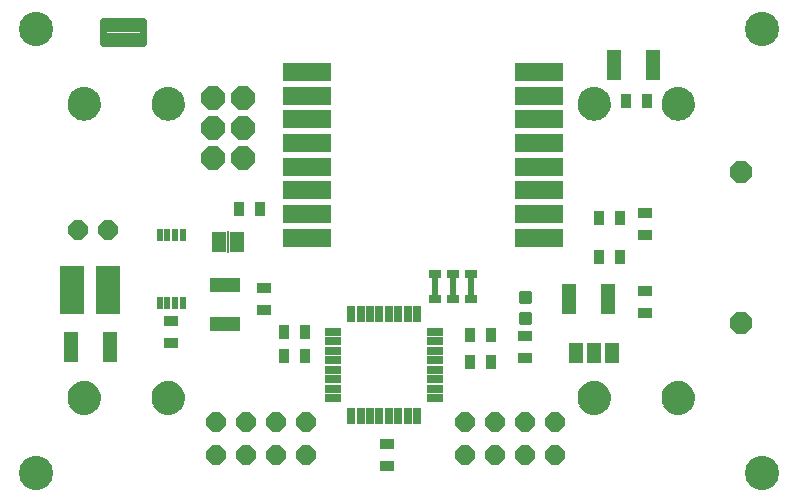
<source format=gts>
G75*
%MOIN*%
%OFA0B0*%
%FSLAX25Y25*%
%IPPOS*%
%LPD*%
%AMOC8*
5,1,8,0,0,1.08239X$1,22.5*
%
%ADD10C,0.11424*%
%ADD11R,0.16148X0.05912*%
%ADD12R,0.05124X0.10243*%
%ADD13R,0.10243X0.05124*%
%ADD14R,0.08274X0.16148*%
%ADD15R,0.01975X0.03943*%
%ADD16R,0.05124X0.03550*%
%ADD17R,0.03550X0.05124*%
%ADD18OC8,0.06400*%
%ADD19R,0.05000X0.06700*%
%ADD20R,0.00600X0.07200*%
%ADD21C,0.00500*%
%ADD22R,0.01975X0.06699*%
%ADD23R,0.03937X0.02756*%
%ADD24OC8,0.07800*%
%ADD25C,0.02462*%
%ADD26OC8,0.07400*%
%ADD27R,0.05400X0.02600*%
%ADD28R,0.02600X0.05400*%
%ADD29C,0.01301*%
D10*
X0009800Y0009800D03*
X0009800Y0157800D03*
X0251800Y0157800D03*
X0251800Y0009800D03*
D11*
X0177580Y0088241D03*
X0177580Y0096115D03*
X0177580Y0103989D03*
X0177580Y0111863D03*
X0177580Y0119737D03*
X0177580Y0127611D03*
X0177580Y0135485D03*
X0177580Y0143359D03*
X0100020Y0143359D03*
X0100020Y0135485D03*
X0100020Y0127611D03*
X0100020Y0119737D03*
X0100020Y0111863D03*
X0100020Y0103989D03*
X0100020Y0096115D03*
X0100020Y0088241D03*
D12*
X0034296Y0051800D03*
X0021304Y0051800D03*
X0187304Y0067800D03*
X0200296Y0067800D03*
X0202304Y0145800D03*
X0215296Y0145800D03*
D13*
X0072800Y0072296D03*
X0072800Y0059304D03*
D14*
X0033706Y0070800D03*
X0021894Y0070800D03*
D15*
X0050961Y0066383D03*
X0053520Y0066383D03*
X0056080Y0066383D03*
X0058639Y0066383D03*
X0058639Y0089217D03*
X0056080Y0089217D03*
X0053520Y0089217D03*
X0050961Y0089217D03*
D16*
X0085800Y0071343D03*
X0085800Y0064257D03*
X0054800Y0060343D03*
X0054800Y0053257D03*
X0126800Y0019343D03*
X0126800Y0012257D03*
X0172800Y0048257D03*
X0172800Y0055343D03*
X0212800Y0063257D03*
X0212800Y0070343D03*
X0212800Y0089257D03*
X0212800Y0096343D03*
D17*
X0204343Y0094800D03*
X0197257Y0094800D03*
X0197257Y0081800D03*
X0204343Y0081800D03*
X0161343Y0055800D03*
X0154257Y0055800D03*
X0154257Y0046800D03*
X0161343Y0046800D03*
X0099343Y0048800D03*
X0092257Y0048800D03*
X0092257Y0056800D03*
X0099343Y0056800D03*
X0084343Y0097800D03*
X0077257Y0097800D03*
X0206257Y0133800D03*
X0213343Y0133800D03*
D18*
X0182800Y0026800D03*
X0172800Y0026800D03*
X0162800Y0026800D03*
X0152800Y0026800D03*
X0152800Y0015800D03*
X0162800Y0015800D03*
X0172800Y0015800D03*
X0182800Y0015800D03*
X0099800Y0015800D03*
X0089800Y0015800D03*
X0079800Y0015800D03*
X0069800Y0015800D03*
X0069800Y0026800D03*
X0079800Y0026800D03*
X0089800Y0026800D03*
X0099800Y0026800D03*
X0033800Y0090800D03*
X0023800Y0090800D03*
D19*
X0070800Y0086800D03*
X0076800Y0086800D03*
X0189800Y0049800D03*
X0195800Y0049800D03*
X0201800Y0049800D03*
D20*
X0073800Y0086800D03*
D21*
X0055621Y0127874D02*
X0054727Y0127607D01*
X0053800Y0127500D01*
X0052865Y0127617D01*
X0051965Y0127894D01*
X0051127Y0128323D01*
X0050376Y0128892D01*
X0049735Y0129582D01*
X0049223Y0130373D01*
X0048857Y0131241D01*
X0048647Y0132159D01*
X0048600Y0133100D01*
X0048695Y0133984D01*
X0048942Y0134838D01*
X0049333Y0135637D01*
X0049857Y0136355D01*
X0050498Y0136971D01*
X0051237Y0137467D01*
X0052050Y0137827D01*
X0052913Y0138040D01*
X0053800Y0138100D01*
X0054695Y0138030D01*
X0055564Y0137807D01*
X0056382Y0137435D01*
X0057122Y0136927D01*
X0057763Y0136299D01*
X0058285Y0135568D01*
X0058672Y0134758D01*
X0058913Y0133894D01*
X0059000Y0133000D01*
X0058945Y0132069D01*
X0058729Y0131161D01*
X0058358Y0130305D01*
X0057845Y0129526D01*
X0057204Y0128848D01*
X0056455Y0128292D01*
X0055621Y0127874D01*
X0055719Y0127923D02*
X0051908Y0127923D01*
X0050997Y0128422D02*
X0056630Y0128422D01*
X0057272Y0128920D02*
X0050349Y0128920D01*
X0049886Y0129419D02*
X0057744Y0129419D01*
X0058103Y0129917D02*
X0049518Y0129917D01*
X0049205Y0130416D02*
X0058406Y0130416D01*
X0058622Y0130914D02*
X0048995Y0130914D01*
X0048818Y0131413D02*
X0058789Y0131413D01*
X0058907Y0131911D02*
X0048704Y0131911D01*
X0048635Y0132410D02*
X0058965Y0132410D01*
X0058995Y0132908D02*
X0048610Y0132908D01*
X0048633Y0133407D02*
X0058960Y0133407D01*
X0058910Y0133905D02*
X0048686Y0133905D01*
X0048816Y0134404D02*
X0058771Y0134404D01*
X0058603Y0134903D02*
X0048973Y0134903D01*
X0049218Y0135401D02*
X0058365Y0135401D01*
X0058048Y0135900D02*
X0049525Y0135900D01*
X0049902Y0136398D02*
X0057662Y0136398D01*
X0057153Y0136897D02*
X0050421Y0136897D01*
X0051130Y0137395D02*
X0056440Y0137395D01*
X0055226Y0137894D02*
X0052321Y0137894D01*
X0030913Y0133894D02*
X0031000Y0133000D01*
X0030945Y0132069D01*
X0030729Y0131161D01*
X0030358Y0130305D01*
X0029845Y0129526D01*
X0029204Y0128848D01*
X0028455Y0128292D01*
X0027621Y0127874D01*
X0026727Y0127607D01*
X0025800Y0127500D01*
X0024865Y0127617D01*
X0023965Y0127894D01*
X0023127Y0128323D01*
X0022376Y0128892D01*
X0021735Y0129582D01*
X0021223Y0130373D01*
X0020857Y0131241D01*
X0020647Y0132159D01*
X0020600Y0133100D01*
X0020695Y0133984D01*
X0020942Y0134838D01*
X0021333Y0135637D01*
X0021857Y0136355D01*
X0022498Y0136971D01*
X0023237Y0137467D01*
X0024050Y0137827D01*
X0024913Y0138040D01*
X0025800Y0138100D01*
X0026695Y0138030D01*
X0027564Y0137807D01*
X0028382Y0137435D01*
X0029122Y0136927D01*
X0029763Y0136299D01*
X0030285Y0135568D01*
X0030672Y0134758D01*
X0030913Y0133894D01*
X0030910Y0133905D02*
X0020686Y0133905D01*
X0020633Y0133407D02*
X0030960Y0133407D01*
X0030995Y0132908D02*
X0020610Y0132908D01*
X0020635Y0132410D02*
X0030965Y0132410D01*
X0030907Y0131911D02*
X0020704Y0131911D01*
X0020818Y0131413D02*
X0030789Y0131413D01*
X0030622Y0130914D02*
X0020995Y0130914D01*
X0021205Y0130416D02*
X0030406Y0130416D01*
X0030103Y0129917D02*
X0021518Y0129917D01*
X0021886Y0129419D02*
X0029744Y0129419D01*
X0029272Y0128920D02*
X0022349Y0128920D01*
X0022997Y0128422D02*
X0028630Y0128422D01*
X0027719Y0127923D02*
X0023908Y0127923D01*
X0020816Y0134404D02*
X0030771Y0134404D01*
X0030603Y0134903D02*
X0020973Y0134903D01*
X0021218Y0135401D02*
X0030365Y0135401D01*
X0030048Y0135900D02*
X0021525Y0135900D01*
X0021902Y0136398D02*
X0029662Y0136398D01*
X0029153Y0136897D02*
X0022421Y0136897D01*
X0023130Y0137395D02*
X0028440Y0137395D01*
X0027226Y0137894D02*
X0024321Y0137894D01*
X0025800Y0040100D02*
X0026735Y0039983D01*
X0027635Y0039706D01*
X0028473Y0039277D01*
X0029224Y0038708D01*
X0029865Y0038018D01*
X0030377Y0037227D01*
X0030743Y0036359D01*
X0030953Y0035441D01*
X0031000Y0034500D01*
X0030905Y0033616D01*
X0030658Y0032762D01*
X0030267Y0031963D01*
X0029743Y0031245D01*
X0029102Y0030629D01*
X0028363Y0030133D01*
X0027550Y0029773D01*
X0026687Y0029560D01*
X0025800Y0029500D01*
X0024905Y0029570D01*
X0024036Y0029793D01*
X0023218Y0030165D01*
X0022478Y0030673D01*
X0021837Y0031301D01*
X0021315Y0032032D01*
X0020928Y0032842D01*
X0020687Y0033706D01*
X0020600Y0034600D01*
X0020655Y0035531D01*
X0020871Y0036439D01*
X0021242Y0037295D01*
X0021755Y0038074D01*
X0022396Y0038752D01*
X0023145Y0039308D01*
X0023979Y0039726D01*
X0024873Y0039993D01*
X0025800Y0040100D01*
X0027672Y0039687D02*
X0023901Y0039687D01*
X0022984Y0039188D02*
X0028590Y0039188D01*
X0029241Y0038690D02*
X0022337Y0038690D01*
X0021866Y0038191D02*
X0029704Y0038191D01*
X0030075Y0037693D02*
X0021504Y0037693D01*
X0021198Y0037194D02*
X0030390Y0037194D01*
X0030601Y0036696D02*
X0020982Y0036696D01*
X0020814Y0036197D02*
X0030780Y0036197D01*
X0030894Y0035699D02*
X0020695Y0035699D01*
X0020636Y0035200D02*
X0030965Y0035200D01*
X0030990Y0034702D02*
X0020606Y0034702D01*
X0020639Y0034203D02*
X0030968Y0034203D01*
X0030915Y0033705D02*
X0020687Y0033705D01*
X0020826Y0033206D02*
X0030787Y0033206D01*
X0030632Y0032708D02*
X0020992Y0032708D01*
X0021230Y0032209D02*
X0030387Y0032209D01*
X0030082Y0031711D02*
X0021544Y0031711D01*
X0021928Y0031212D02*
X0029708Y0031212D01*
X0029190Y0030714D02*
X0022436Y0030714D01*
X0023145Y0030215D02*
X0028485Y0030215D01*
X0027321Y0029717D02*
X0024334Y0029717D01*
X0048687Y0033706D02*
X0048928Y0032842D01*
X0049315Y0032032D01*
X0049837Y0031301D01*
X0050478Y0030673D01*
X0051218Y0030165D01*
X0052036Y0029793D01*
X0052905Y0029570D01*
X0053800Y0029500D01*
X0054687Y0029560D01*
X0055550Y0029773D01*
X0056363Y0030133D01*
X0057102Y0030629D01*
X0057743Y0031245D01*
X0058267Y0031963D01*
X0058658Y0032762D01*
X0058905Y0033616D01*
X0059000Y0034500D01*
X0058953Y0035441D01*
X0058743Y0036359D01*
X0058377Y0037227D01*
X0057865Y0038018D01*
X0057224Y0038708D01*
X0056473Y0039277D01*
X0055635Y0039706D01*
X0054735Y0039983D01*
X0053800Y0040100D01*
X0052873Y0039993D01*
X0051979Y0039726D01*
X0051145Y0039308D01*
X0050396Y0038752D01*
X0049755Y0038074D01*
X0049242Y0037295D01*
X0048871Y0036439D01*
X0048655Y0035531D01*
X0048600Y0034600D01*
X0048687Y0033706D01*
X0048687Y0033705D02*
X0058915Y0033705D01*
X0058968Y0034203D02*
X0048639Y0034203D01*
X0048606Y0034702D02*
X0058990Y0034702D01*
X0058965Y0035200D02*
X0048636Y0035200D01*
X0048695Y0035699D02*
X0058894Y0035699D01*
X0058780Y0036197D02*
X0048814Y0036197D01*
X0048982Y0036696D02*
X0058601Y0036696D01*
X0058390Y0037194D02*
X0049198Y0037194D01*
X0049504Y0037693D02*
X0058075Y0037693D01*
X0057704Y0038191D02*
X0049866Y0038191D01*
X0050337Y0038690D02*
X0057241Y0038690D01*
X0056590Y0039188D02*
X0050984Y0039188D01*
X0051901Y0039687D02*
X0055672Y0039687D01*
X0058787Y0033206D02*
X0048826Y0033206D01*
X0048992Y0032708D02*
X0058632Y0032708D01*
X0058387Y0032209D02*
X0049230Y0032209D01*
X0049544Y0031711D02*
X0058082Y0031711D01*
X0057708Y0031212D02*
X0049928Y0031212D01*
X0050436Y0030714D02*
X0057190Y0030714D01*
X0056485Y0030215D02*
X0051145Y0030215D01*
X0052334Y0029717D02*
X0055321Y0029717D01*
X0190600Y0034600D02*
X0190687Y0033706D01*
X0190928Y0032842D01*
X0191315Y0032032D01*
X0191837Y0031301D01*
X0192478Y0030673D01*
X0193218Y0030165D01*
X0194036Y0029793D01*
X0194905Y0029570D01*
X0195800Y0029500D01*
X0196687Y0029560D01*
X0197550Y0029773D01*
X0198363Y0030133D01*
X0199102Y0030629D01*
X0199743Y0031245D01*
X0200267Y0031963D01*
X0200658Y0032762D01*
X0200905Y0033616D01*
X0201000Y0034500D01*
X0200953Y0035441D01*
X0200743Y0036359D01*
X0200377Y0037227D01*
X0199865Y0038018D01*
X0199224Y0038708D01*
X0198473Y0039277D01*
X0197635Y0039706D01*
X0196735Y0039983D01*
X0195800Y0040100D01*
X0194873Y0039993D01*
X0193979Y0039726D01*
X0193145Y0039308D01*
X0192396Y0038752D01*
X0191755Y0038074D01*
X0191242Y0037295D01*
X0190871Y0036439D01*
X0190655Y0035531D01*
X0190600Y0034600D01*
X0190606Y0034702D02*
X0200990Y0034702D01*
X0200965Y0035200D02*
X0190636Y0035200D01*
X0190695Y0035699D02*
X0200894Y0035699D01*
X0200780Y0036197D02*
X0190814Y0036197D01*
X0190982Y0036696D02*
X0200601Y0036696D01*
X0200390Y0037194D02*
X0191198Y0037194D01*
X0191504Y0037693D02*
X0200075Y0037693D01*
X0199704Y0038191D02*
X0191866Y0038191D01*
X0192337Y0038690D02*
X0199241Y0038690D01*
X0198590Y0039188D02*
X0192984Y0039188D01*
X0193901Y0039687D02*
X0197672Y0039687D01*
X0200968Y0034203D02*
X0190639Y0034203D01*
X0190687Y0033705D02*
X0200915Y0033705D01*
X0200787Y0033206D02*
X0190826Y0033206D01*
X0190992Y0032708D02*
X0200632Y0032708D01*
X0200387Y0032209D02*
X0191230Y0032209D01*
X0191544Y0031711D02*
X0200082Y0031711D01*
X0199708Y0031212D02*
X0191928Y0031212D01*
X0192436Y0030714D02*
X0199190Y0030714D01*
X0198485Y0030215D02*
X0193145Y0030215D01*
X0194334Y0029717D02*
X0197321Y0029717D01*
X0218687Y0033706D02*
X0218928Y0032842D01*
X0219315Y0032032D01*
X0219837Y0031301D01*
X0220478Y0030673D01*
X0221218Y0030165D01*
X0222036Y0029793D01*
X0222905Y0029570D01*
X0223800Y0029500D01*
X0224687Y0029560D01*
X0225550Y0029773D01*
X0226363Y0030133D01*
X0227102Y0030629D01*
X0227743Y0031245D01*
X0228267Y0031963D01*
X0228658Y0032762D01*
X0228905Y0033616D01*
X0229000Y0034500D01*
X0228953Y0035441D01*
X0228743Y0036359D01*
X0228377Y0037227D01*
X0227865Y0038018D01*
X0227224Y0038708D01*
X0226473Y0039277D01*
X0225635Y0039706D01*
X0224735Y0039983D01*
X0223800Y0040100D01*
X0222873Y0039993D01*
X0221979Y0039726D01*
X0221145Y0039308D01*
X0220396Y0038752D01*
X0219755Y0038074D01*
X0219242Y0037295D01*
X0218871Y0036439D01*
X0218655Y0035531D01*
X0218600Y0034600D01*
X0218687Y0033706D01*
X0218687Y0033705D02*
X0228915Y0033705D01*
X0228968Y0034203D02*
X0218639Y0034203D01*
X0218606Y0034702D02*
X0228990Y0034702D01*
X0228965Y0035200D02*
X0218636Y0035200D01*
X0218695Y0035699D02*
X0228894Y0035699D01*
X0228780Y0036197D02*
X0218814Y0036197D01*
X0218982Y0036696D02*
X0228601Y0036696D01*
X0228390Y0037194D02*
X0219198Y0037194D01*
X0219504Y0037693D02*
X0228075Y0037693D01*
X0227704Y0038191D02*
X0219866Y0038191D01*
X0220337Y0038690D02*
X0227241Y0038690D01*
X0226590Y0039188D02*
X0220984Y0039188D01*
X0221901Y0039687D02*
X0225672Y0039687D01*
X0228787Y0033206D02*
X0218826Y0033206D01*
X0218992Y0032708D02*
X0228632Y0032708D01*
X0228387Y0032209D02*
X0219230Y0032209D01*
X0219544Y0031711D02*
X0228082Y0031711D01*
X0227708Y0031212D02*
X0219928Y0031212D01*
X0220436Y0030714D02*
X0227190Y0030714D01*
X0226485Y0030215D02*
X0221145Y0030215D01*
X0222334Y0029717D02*
X0225321Y0029717D01*
X0223800Y0127500D02*
X0222865Y0127617D01*
X0221965Y0127894D01*
X0221127Y0128323D01*
X0220376Y0128892D01*
X0219735Y0129582D01*
X0219223Y0130373D01*
X0218857Y0131241D01*
X0218647Y0132159D01*
X0218600Y0133100D01*
X0218695Y0133984D01*
X0218942Y0134838D01*
X0219333Y0135637D01*
X0219857Y0136355D01*
X0220498Y0136971D01*
X0221237Y0137467D01*
X0222050Y0137827D01*
X0222913Y0138040D01*
X0223800Y0138100D01*
X0224695Y0138030D01*
X0225564Y0137807D01*
X0226382Y0137435D01*
X0227122Y0136927D01*
X0227763Y0136299D01*
X0228285Y0135568D01*
X0228672Y0134758D01*
X0228913Y0133894D01*
X0229000Y0133000D01*
X0228945Y0132069D01*
X0228729Y0131161D01*
X0228358Y0130305D01*
X0227845Y0129526D01*
X0227204Y0128848D01*
X0226455Y0128292D01*
X0225621Y0127874D01*
X0224727Y0127607D01*
X0223800Y0127500D01*
X0221908Y0127923D02*
X0225719Y0127923D01*
X0226630Y0128422D02*
X0220997Y0128422D01*
X0220349Y0128920D02*
X0227272Y0128920D01*
X0227744Y0129419D02*
X0219886Y0129419D01*
X0219518Y0129917D02*
X0228103Y0129917D01*
X0228406Y0130416D02*
X0219205Y0130416D01*
X0218995Y0130914D02*
X0228622Y0130914D01*
X0228789Y0131413D02*
X0218818Y0131413D01*
X0218704Y0131911D02*
X0228907Y0131911D01*
X0228965Y0132410D02*
X0218635Y0132410D01*
X0218610Y0132908D02*
X0228995Y0132908D01*
X0228960Y0133407D02*
X0218633Y0133407D01*
X0218686Y0133905D02*
X0228910Y0133905D01*
X0228771Y0134404D02*
X0218816Y0134404D01*
X0218973Y0134903D02*
X0228603Y0134903D01*
X0228365Y0135401D02*
X0219218Y0135401D01*
X0219525Y0135900D02*
X0228048Y0135900D01*
X0227662Y0136398D02*
X0219902Y0136398D01*
X0220421Y0136897D02*
X0227153Y0136897D01*
X0226440Y0137395D02*
X0221130Y0137395D01*
X0222321Y0137894D02*
X0225226Y0137894D01*
X0200913Y0133894D02*
X0201000Y0133000D01*
X0200945Y0132069D01*
X0200729Y0131161D01*
X0200358Y0130305D01*
X0199845Y0129526D01*
X0199204Y0128848D01*
X0198455Y0128292D01*
X0197621Y0127874D01*
X0196727Y0127607D01*
X0195800Y0127500D01*
X0194865Y0127617D01*
X0193965Y0127894D01*
X0193127Y0128323D01*
X0192376Y0128892D01*
X0191735Y0129582D01*
X0191223Y0130373D01*
X0190857Y0131241D01*
X0190647Y0132159D01*
X0190600Y0133100D01*
X0190695Y0133984D01*
X0190942Y0134838D01*
X0191333Y0135637D01*
X0191857Y0136355D01*
X0192498Y0136971D01*
X0193237Y0137467D01*
X0194050Y0137827D01*
X0194913Y0138040D01*
X0195800Y0138100D01*
X0196695Y0138030D01*
X0197564Y0137807D01*
X0198382Y0137435D01*
X0199122Y0136927D01*
X0199763Y0136299D01*
X0200285Y0135568D01*
X0200672Y0134758D01*
X0200913Y0133894D01*
X0200910Y0133905D02*
X0190686Y0133905D01*
X0190633Y0133407D02*
X0200960Y0133407D01*
X0200995Y0132908D02*
X0190610Y0132908D01*
X0190635Y0132410D02*
X0200965Y0132410D01*
X0200907Y0131911D02*
X0190704Y0131911D01*
X0190818Y0131413D02*
X0200789Y0131413D01*
X0200622Y0130914D02*
X0190995Y0130914D01*
X0191205Y0130416D02*
X0200406Y0130416D01*
X0200103Y0129917D02*
X0191518Y0129917D01*
X0191886Y0129419D02*
X0199744Y0129419D01*
X0199272Y0128920D02*
X0192349Y0128920D01*
X0192997Y0128422D02*
X0198630Y0128422D01*
X0197719Y0127923D02*
X0193908Y0127923D01*
X0190816Y0134404D02*
X0200771Y0134404D01*
X0200603Y0134903D02*
X0190973Y0134903D01*
X0191218Y0135401D02*
X0200365Y0135401D01*
X0200048Y0135900D02*
X0191525Y0135900D01*
X0191902Y0136398D02*
X0199662Y0136398D01*
X0199153Y0136897D02*
X0192421Y0136897D01*
X0193130Y0137395D02*
X0198440Y0137395D01*
X0197226Y0137894D02*
X0194321Y0137894D01*
D22*
X0154706Y0071800D03*
X0148800Y0071800D03*
X0142894Y0071800D03*
D23*
X0142894Y0067666D03*
X0148800Y0067666D03*
X0154706Y0067666D03*
X0154706Y0075934D03*
X0148800Y0075934D03*
X0142894Y0075934D03*
D24*
X0078800Y0114800D03*
X0068800Y0114800D03*
X0068800Y0124800D03*
X0078800Y0124800D03*
X0078800Y0134800D03*
X0068800Y0134800D03*
D25*
X0045446Y0153107D02*
X0032154Y0153107D01*
X0032154Y0160493D01*
X0045446Y0160493D01*
X0045446Y0153107D01*
X0045446Y0155568D02*
X0032154Y0155568D01*
X0032154Y0158029D02*
X0045446Y0158029D01*
X0045446Y0160490D02*
X0032154Y0160490D01*
D26*
X0244800Y0109997D03*
X0244800Y0059603D03*
D27*
X0142700Y0056824D03*
X0142700Y0053674D03*
X0142700Y0050524D03*
X0142700Y0047375D03*
X0142700Y0044225D03*
X0142700Y0041076D03*
X0142700Y0037926D03*
X0142700Y0034776D03*
X0108900Y0034776D03*
X0108900Y0037926D03*
X0108900Y0041076D03*
X0108900Y0044225D03*
X0108900Y0047375D03*
X0108900Y0050524D03*
X0108900Y0053674D03*
X0108900Y0056824D03*
D28*
X0114776Y0062700D03*
X0117926Y0062700D03*
X0121076Y0062700D03*
X0124225Y0062700D03*
X0127375Y0062700D03*
X0130524Y0062700D03*
X0133674Y0062700D03*
X0136824Y0062700D03*
X0136824Y0028900D03*
X0133674Y0028900D03*
X0130524Y0028900D03*
X0127375Y0028900D03*
X0124225Y0028900D03*
X0121076Y0028900D03*
X0117926Y0028900D03*
X0114776Y0028900D03*
D29*
X0171282Y0059829D02*
X0174318Y0059829D01*
X0171282Y0059829D02*
X0171282Y0062865D01*
X0174318Y0062865D01*
X0174318Y0059829D01*
X0174318Y0061129D02*
X0171282Y0061129D01*
X0171282Y0062429D02*
X0174318Y0062429D01*
X0174318Y0066735D02*
X0171282Y0066735D01*
X0171282Y0069771D01*
X0174318Y0069771D01*
X0174318Y0066735D01*
X0174318Y0068035D02*
X0171282Y0068035D01*
X0171282Y0069335D02*
X0174318Y0069335D01*
M02*

</source>
